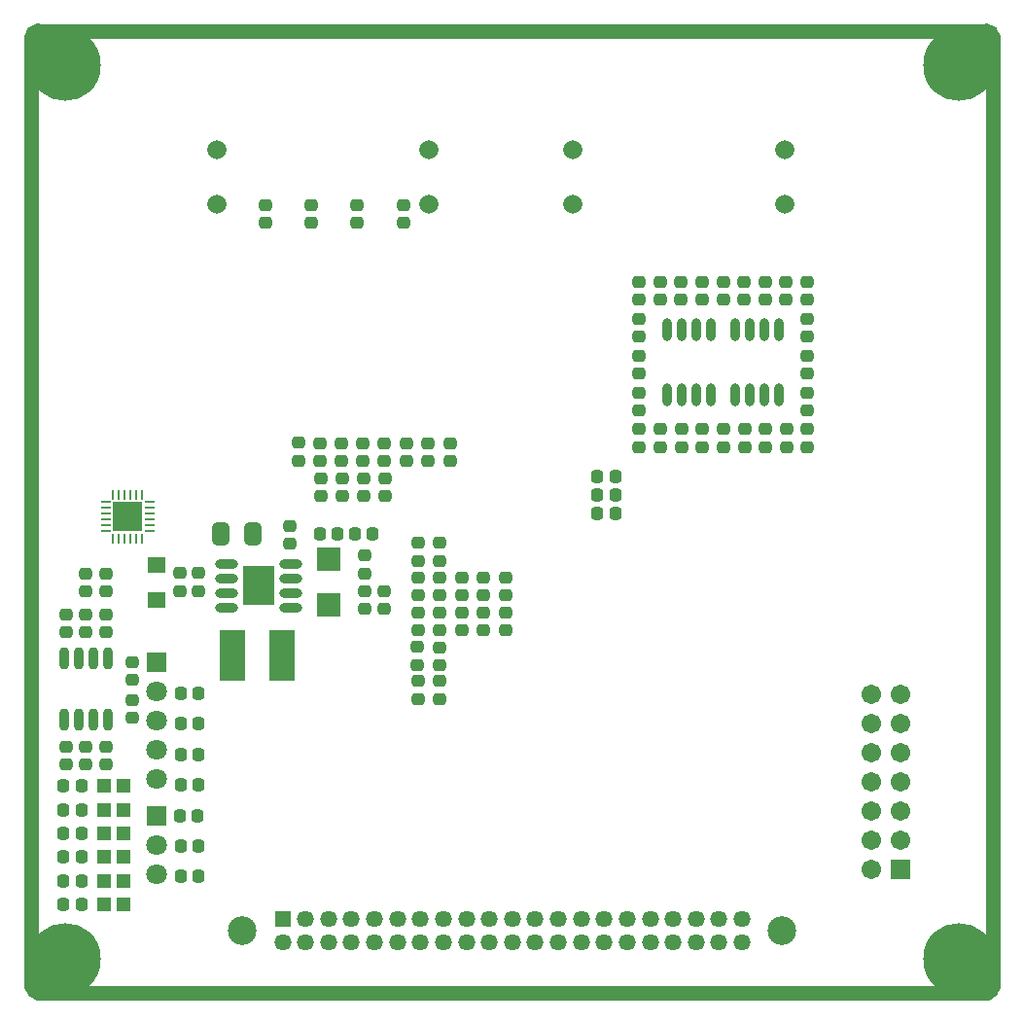
<source format=gbs>
G04*
G04 #@! TF.GenerationSoftware,Altium Limited,Altium Designer,24.1.2 (44)*
G04*
G04 Layer_Color=16711935*
%FSLAX44Y44*%
%MOMM*%
G71*
G04*
G04 #@! TF.SameCoordinates,FCEE4AF4-6A06-48D6-82EE-D5922FD24EB1*
G04*
G04*
G04 #@! TF.FilePolarity,Negative*
G04*
G01*
G75*
%ADD25C,1.2300*%
%ADD89R,2.0032X2.0032*%
G04:AMPARAMS|DCode=107|XSize=1.1532mm|YSize=1.0532mm|CornerRadius=0.3141mm|HoleSize=0mm|Usage=FLASHONLY|Rotation=0.000|XOffset=0mm|YOffset=0mm|HoleType=Round|Shape=RoundedRectangle|*
%AMROUNDEDRECTD107*
21,1,1.1532,0.4250,0,0,0.0*
21,1,0.5250,1.0532,0,0,0.0*
1,1,0.6282,0.2625,-0.2125*
1,1,0.6282,-0.2625,-0.2125*
1,1,0.6282,-0.2625,0.2125*
1,1,0.6282,0.2625,0.2125*
%
%ADD107ROUNDEDRECTD107*%
%ADD108O,0.8032X2.0032*%
G04:AMPARAMS|DCode=109|XSize=1.1532mm|YSize=1.0532mm|CornerRadius=0.3141mm|HoleSize=0mm|Usage=FLASHONLY|Rotation=90.000|XOffset=0mm|YOffset=0mm|HoleType=Round|Shape=RoundedRectangle|*
%AMROUNDEDRECTD109*
21,1,1.1532,0.4250,0,0,90.0*
21,1,0.5250,1.0532,0,0,90.0*
1,1,0.6282,0.2125,0.2625*
1,1,0.6282,0.2125,-0.2625*
1,1,0.6282,-0.2125,-0.2625*
1,1,0.6282,-0.2125,0.2625*
%
%ADD109ROUNDEDRECTD109*%
%ADD116C,2.5032*%
%ADD117R,1.4612X1.4612*%
%ADD118C,1.4612*%
%ADD121C,1.6612*%
%ADD122C,1.8032*%
%ADD123R,1.8032X1.8032*%
%ADD124C,1.2032*%
%ADD125C,6.2032*%
%ADD149R,0.2746X0.8048*%
%ADD150R,0.8048X0.2746*%
%ADD151R,2.6500X2.6500*%
%ADD154R,2.7178X3.4036*%
%ADD159R,0.3769X0.4877*%
%ADD160R,0.8704X0.4005*%
%ADD161R,0.7127X0.4784*%
%ADD162R,0.5175X0.4406*%
G04:AMPARAMS|DCode=163|XSize=1.8432mm|YSize=0.7932mm|CornerRadius=0.2491mm|HoleSize=0mm|Usage=FLASHONLY|Rotation=90.000|XOffset=0mm|YOffset=0mm|HoleType=Round|Shape=RoundedRectangle|*
%AMROUNDEDRECTD163*
21,1,1.8432,0.2950,0,0,90.0*
21,1,1.3450,0.7932,0,0,90.0*
1,1,0.4982,0.1475,0.6725*
1,1,0.4982,0.1475,-0.6725*
1,1,0.4982,-0.1475,-0.6725*
1,1,0.4982,-0.1475,0.6725*
%
%ADD163ROUNDEDRECTD163*%
G04:AMPARAMS|DCode=164|XSize=1.9532mm|YSize=1.4532mm|CornerRadius=0.3454mm|HoleSize=0mm|Usage=FLASHONLY|Rotation=270.000|XOffset=0mm|YOffset=0mm|HoleType=Round|Shape=RoundedRectangle|*
%AMROUNDEDRECTD164*
21,1,1.9532,0.7625,0,0,270.0*
21,1,1.2625,1.4532,0,0,270.0*
1,1,0.6907,-0.3813,-0.6313*
1,1,0.6907,-0.3813,0.6313*
1,1,0.6907,0.3813,0.6313*
1,1,0.6907,0.3813,-0.6313*
%
%ADD164ROUNDEDRECTD164*%
%ADD165R,2.2032X4.4032*%
%ADD166R,1.5032X1.3532*%
%ADD167O,2.0032X0.8032*%
%ADD168R,1.3000X1.2000*%
%ADD169C,1.7032*%
%ADD170R,1.7032X1.7032*%
G36*
X19560Y11965D02*
X12041D01*
X12003Y12003D01*
X12016Y19362D01*
X12163D01*
X19560Y11965D01*
D02*
G37*
G36*
X19362Y837984D02*
Y837837D01*
X11965Y830440D01*
Y837959D01*
X12003Y837997D01*
X19362Y837984D01*
D02*
G37*
G36*
X838035Y12041D02*
X837997Y12003D01*
X830638Y12016D01*
Y12163D01*
X838035Y19560D01*
Y12041D01*
D02*
G37*
G36*
X837997Y837997D02*
X837984Y830638D01*
X837837D01*
X830440Y838035D01*
X837959D01*
X837997Y837997D01*
D02*
G37*
D25*
X12006Y843650D02*
G03*
X6356Y838012I0J-5650D01*
G01*
X6356Y12000D02*
G03*
X11994Y6350I5650J0D01*
G01*
X838006Y6350D02*
G03*
X843656Y11988I0J5650D01*
G01*
X843656Y838000D02*
G03*
X838024Y843650I-5650J0D01*
G01*
X843656Y12000D02*
X843656Y837975D01*
X12024Y843650D02*
X838006Y843650D01*
X12006Y6350D02*
X837981Y6350D01*
X6356Y12025D02*
X6356Y838000D01*
D89*
X265233Y343601D02*
D03*
Y383601D02*
D03*
D107*
X210000Y691910D02*
D03*
Y676410D02*
D03*
X250000D02*
D03*
Y691910D02*
D03*
X290000D02*
D03*
Y676410D02*
D03*
X330454Y691910D02*
D03*
Y676410D02*
D03*
X231111Y397361D02*
D03*
Y412861D02*
D03*
X681860Y577550D02*
D03*
Y593050D02*
D03*
X681860Y560933D02*
D03*
Y545433D02*
D03*
Y528816D02*
D03*
Y513316D02*
D03*
X681984Y481200D02*
D03*
Y496700D02*
D03*
X663664Y496700D02*
D03*
Y481200D02*
D03*
X645343Y496700D02*
D03*
Y481200D02*
D03*
X627147Y496700D02*
D03*
Y481200D02*
D03*
X608827Y496700D02*
D03*
Y481200D02*
D03*
X590381Y496700D02*
D03*
Y481200D02*
D03*
X572060Y496700D02*
D03*
Y481200D02*
D03*
X553740Y481200D02*
D03*
Y496700D02*
D03*
X535544D02*
D03*
Y481200D02*
D03*
Y513316D02*
D03*
Y528816D02*
D03*
X535544Y560933D02*
D03*
Y545433D02*
D03*
Y593050D02*
D03*
Y577550D02*
D03*
X535419Y609666D02*
D03*
Y625166D02*
D03*
X553833Y609666D02*
D03*
Y625166D02*
D03*
X571998Y609666D02*
D03*
Y625166D02*
D03*
X590287Y609666D02*
D03*
Y625166D02*
D03*
X608577Y609666D02*
D03*
Y625166D02*
D03*
X626866Y609666D02*
D03*
Y625166D02*
D03*
X645281Y609666D02*
D03*
Y625166D02*
D03*
X663445Y625166D02*
D03*
Y609666D02*
D03*
X681859Y609666D02*
D03*
Y625166D02*
D03*
X361696Y277498D02*
D03*
Y261998D02*
D03*
X342646D02*
D03*
Y277498D02*
D03*
X361696Y306962D02*
D03*
Y291462D02*
D03*
X342521Y291716D02*
D03*
Y307216D02*
D03*
X342646Y337058D02*
D03*
Y321558D02*
D03*
X361696D02*
D03*
Y337058D02*
D03*
X380746Y321558D02*
D03*
Y337058D02*
D03*
X399796Y321558D02*
D03*
Y337058D02*
D03*
X418846Y321558D02*
D03*
Y337058D02*
D03*
X418846Y367668D02*
D03*
Y352168D02*
D03*
X399796Y367668D02*
D03*
Y352168D02*
D03*
X380746Y367668D02*
D03*
Y352168D02*
D03*
X361696Y367668D02*
D03*
Y352168D02*
D03*
X342646Y367668D02*
D03*
Y352168D02*
D03*
Y382140D02*
D03*
Y397640D02*
D03*
X361696D02*
D03*
Y382140D02*
D03*
X53866Y320256D02*
D03*
Y335756D02*
D03*
X36612Y320256D02*
D03*
Y335756D02*
D03*
X71120Y320256D02*
D03*
Y335756D02*
D03*
X53866Y355470D02*
D03*
Y370970D02*
D03*
X71120D02*
D03*
Y355470D02*
D03*
X135465Y356007D02*
D03*
Y371507D02*
D03*
X151944Y356106D02*
D03*
Y371606D02*
D03*
X296198Y340154D02*
D03*
Y355654D02*
D03*
X313436Y340230D02*
D03*
Y355730D02*
D03*
X296198Y386718D02*
D03*
Y371218D02*
D03*
X258024Y438515D02*
D03*
Y454015D02*
D03*
X276762Y438515D02*
D03*
Y454015D02*
D03*
X295499Y454015D02*
D03*
Y438515D02*
D03*
X314237D02*
D03*
Y454015D02*
D03*
X351616Y469324D02*
D03*
Y484824D02*
D03*
X332667Y484824D02*
D03*
Y469324D02*
D03*
X294993Y484824D02*
D03*
Y469324D02*
D03*
X276455Y469324D02*
D03*
Y484824D02*
D03*
X257918Y469324D02*
D03*
Y484824D02*
D03*
X239014Y485016D02*
D03*
Y469516D02*
D03*
X370719Y484824D02*
D03*
Y469324D02*
D03*
X313530Y469324D02*
D03*
Y484824D02*
D03*
X94270Y293846D02*
D03*
Y278346D02*
D03*
Y260826D02*
D03*
Y245326D02*
D03*
X53866Y220456D02*
D03*
Y204956D02*
D03*
X71120Y220456D02*
D03*
Y204956D02*
D03*
X36612Y220456D02*
D03*
Y204956D02*
D03*
D108*
X597644Y527031D02*
D03*
X584944D02*
D03*
X572243D02*
D03*
X559543D02*
D03*
X597644Y583531D02*
D03*
X584944D02*
D03*
X572243D02*
D03*
X559543D02*
D03*
X619234Y583531D02*
D03*
X631934D02*
D03*
X644633D02*
D03*
X657334D02*
D03*
X619234Y527031D02*
D03*
X631934D02*
D03*
X644633D02*
D03*
X657334D02*
D03*
D109*
X151530Y107897D02*
D03*
X136030D02*
D03*
X136030Y134251D02*
D03*
X151530D02*
D03*
X135506Y160274D02*
D03*
X151006D02*
D03*
X136030Y187210D02*
D03*
X151530D02*
D03*
X136030Y213689D02*
D03*
X151530D02*
D03*
X136030Y240168D02*
D03*
X151530D02*
D03*
X136030Y266647D02*
D03*
X151530D02*
D03*
X498980Y423164D02*
D03*
X514480D02*
D03*
Y439420D02*
D03*
X498980D02*
D03*
Y455676D02*
D03*
X514480D02*
D03*
X272983Y405721D02*
D03*
X257483D02*
D03*
X287906Y405638D02*
D03*
X303406D02*
D03*
X34160Y82804D02*
D03*
X49660D02*
D03*
X34160Y103497D02*
D03*
X49660D02*
D03*
X34160Y124189D02*
D03*
X49660D02*
D03*
X34160Y144881D02*
D03*
X49660D02*
D03*
X34160Y186265D02*
D03*
X49660D02*
D03*
X34160Y165573D02*
D03*
X49660D02*
D03*
D116*
X660000Y60000D02*
D03*
X190000D02*
D03*
D117*
X225000Y70000D02*
D03*
D118*
Y50000D02*
D03*
X245000Y70000D02*
D03*
Y50000D02*
D03*
X265000Y70000D02*
D03*
Y50000D02*
D03*
X285000Y70000D02*
D03*
Y50000D02*
D03*
X305000Y70000D02*
D03*
Y50000D02*
D03*
X325000Y70000D02*
D03*
Y50000D02*
D03*
X345000Y70000D02*
D03*
Y50000D02*
D03*
X365000Y70000D02*
D03*
Y50000D02*
D03*
X385000Y70000D02*
D03*
Y50000D02*
D03*
X405000Y70000D02*
D03*
Y50000D02*
D03*
X425000Y70000D02*
D03*
Y50000D02*
D03*
X445000Y70000D02*
D03*
Y50000D02*
D03*
X465000Y70000D02*
D03*
Y50000D02*
D03*
X485000Y70000D02*
D03*
Y50000D02*
D03*
X505000Y70000D02*
D03*
Y50000D02*
D03*
X525000Y70000D02*
D03*
Y50000D02*
D03*
X545000Y70000D02*
D03*
Y50000D02*
D03*
X565000Y70000D02*
D03*
Y50000D02*
D03*
X585000Y70000D02*
D03*
Y50000D02*
D03*
X605000Y70000D02*
D03*
Y50000D02*
D03*
X625000Y70000D02*
D03*
Y50000D02*
D03*
D121*
X167500Y740000D02*
D03*
X352500D02*
D03*
X167500Y692500D02*
D03*
X352500D02*
D03*
X477500Y740000D02*
D03*
X662500D02*
D03*
X477500Y692500D02*
D03*
X662500D02*
D03*
D122*
X115316Y192278D02*
D03*
Y217678D02*
D03*
Y243078D02*
D03*
Y268478D02*
D03*
Y135128D02*
D03*
Y109728D02*
D03*
D123*
Y293878D02*
D03*
Y160528D02*
D03*
D124*
X19560Y830440D02*
D03*
X52440Y797560D02*
D03*
X19560D02*
D03*
X52440Y830440D02*
D03*
X59250Y814000D02*
D03*
X36000Y791140D02*
D03*
X12750Y814000D02*
D03*
X36000Y837250D02*
D03*
X814000Y59250D02*
D03*
X790750Y36000D02*
D03*
X814000Y13140D02*
D03*
X837250Y36000D02*
D03*
X830440Y52440D02*
D03*
X797560Y19560D02*
D03*
X830440D02*
D03*
X797560Y52440D02*
D03*
X814000Y837250D02*
D03*
X790750Y814000D02*
D03*
X814000Y791140D02*
D03*
X837250Y814000D02*
D03*
X830440Y830440D02*
D03*
X797560Y797560D02*
D03*
X830440D02*
D03*
X797560Y830440D02*
D03*
X36000Y59250D02*
D03*
X12750Y36000D02*
D03*
X36000Y13140D02*
D03*
X59250Y36000D02*
D03*
X52440Y52440D02*
D03*
X19560Y19560D02*
D03*
X52440D02*
D03*
X19560Y52440D02*
D03*
D125*
X36000Y814000D02*
D03*
X814000Y36000D02*
D03*
Y814000D02*
D03*
X36000Y36000D02*
D03*
D149*
X77430Y439726D02*
D03*
X82430D02*
D03*
X87430D02*
D03*
X92430D02*
D03*
X97430D02*
D03*
X102430D02*
D03*
Y401678D02*
D03*
X97430D02*
D03*
X92430D02*
D03*
X87430D02*
D03*
X82430D02*
D03*
X77430D02*
D03*
D150*
X108954Y433202D02*
D03*
Y428202D02*
D03*
Y423202D02*
D03*
Y418202D02*
D03*
Y413202D02*
D03*
Y408202D02*
D03*
X70906D02*
D03*
Y413202D02*
D03*
Y418202D02*
D03*
Y423202D02*
D03*
Y428202D02*
D03*
Y433202D02*
D03*
D151*
X89930Y420702D02*
D03*
D154*
X204157Y360732D02*
D03*
D159*
X14117Y835558D02*
D03*
D160*
X15211Y13999D02*
D03*
D161*
X834439Y14389D02*
D03*
D162*
X835453Y835831D02*
D03*
D163*
X72934Y244252D02*
D03*
X60234D02*
D03*
X47534D02*
D03*
X34834D02*
D03*
Y296952D02*
D03*
X47534D02*
D03*
X60234D02*
D03*
X72934D02*
D03*
D164*
X199405Y405746D02*
D03*
X171405D02*
D03*
D165*
X224900Y299720D02*
D03*
X181500D02*
D03*
D166*
X115316Y347720D02*
D03*
Y378720D02*
D03*
D167*
X175910Y341376D02*
D03*
Y354076D02*
D03*
Y366776D02*
D03*
Y379476D02*
D03*
X232410Y341376D02*
D03*
Y354076D02*
D03*
Y366776D02*
D03*
Y379476D02*
D03*
D168*
X86232Y82804D02*
D03*
X69232D02*
D03*
X86232Y103497D02*
D03*
X69232D02*
D03*
X86232Y124189D02*
D03*
X69232D02*
D03*
X86232Y144881D02*
D03*
X69232D02*
D03*
X86232Y186265D02*
D03*
X69232D02*
D03*
X86232Y165573D02*
D03*
X69232D02*
D03*
D169*
X762700Y215400D02*
D03*
Y190000D02*
D03*
X737300Y266200D02*
D03*
X762700D02*
D03*
X737300Y240800D02*
D03*
X762700D02*
D03*
X737300Y215400D02*
D03*
Y190000D02*
D03*
Y164600D02*
D03*
X762700D02*
D03*
X737300Y139200D02*
D03*
X762700D02*
D03*
X737300Y113800D02*
D03*
D170*
X762700D02*
D03*
M02*

</source>
